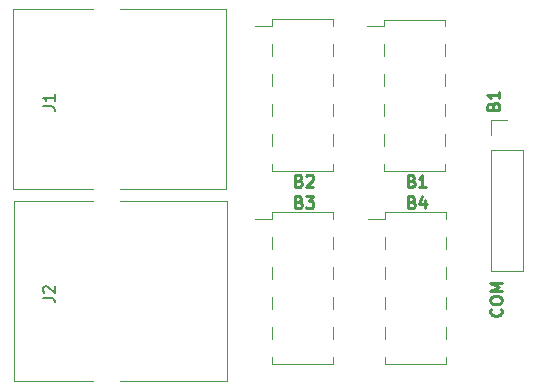
<source format=gbr>
G04 #@! TF.GenerationSoftware,KiCad,Pcbnew,(5.1.4-0-10_14)*
G04 #@! TF.CreationDate,2019-11-29T21:54:42+03:00*
G04 #@! TF.ProjectId,VHClick-rev1,5648436c-6963-46b2-9d72-6576312e6b69,rev?*
G04 #@! TF.SameCoordinates,Original*
G04 #@! TF.FileFunction,Legend,Top*
G04 #@! TF.FilePolarity,Positive*
%FSLAX46Y46*%
G04 Gerber Fmt 4.6, Leading zero omitted, Abs format (unit mm)*
G04 Created by KiCad (PCBNEW (5.1.4-0-10_14)) date 2019-11-29 21:54:42*
%MOMM*%
%LPD*%
G04 APERTURE LIST*
%ADD10C,0.250000*%
%ADD11C,0.120000*%
%ADD12C,0.150000*%
G04 APERTURE END LIST*
D10*
X149048742Y-88872914D02*
X149096361Y-88920533D01*
X149143980Y-89063390D01*
X149143980Y-89158628D01*
X149096361Y-89301485D01*
X149001123Y-89396723D01*
X148905885Y-89444342D01*
X148715409Y-89491961D01*
X148572552Y-89491961D01*
X148382076Y-89444342D01*
X148286838Y-89396723D01*
X148191600Y-89301485D01*
X148143980Y-89158628D01*
X148143980Y-89063390D01*
X148191600Y-88920533D01*
X148239219Y-88872914D01*
X148143980Y-88253866D02*
X148143980Y-88063390D01*
X148191600Y-87968152D01*
X148286838Y-87872914D01*
X148477314Y-87825295D01*
X148810647Y-87825295D01*
X149001123Y-87872914D01*
X149096361Y-87968152D01*
X149143980Y-88063390D01*
X149143980Y-88253866D01*
X149096361Y-88349104D01*
X149001123Y-88444342D01*
X148810647Y-88491961D01*
X148477314Y-88491961D01*
X148286838Y-88444342D01*
X148191600Y-88349104D01*
X148143980Y-88253866D01*
X149143980Y-87396723D02*
X148143980Y-87396723D01*
X148858266Y-87063390D01*
X148143980Y-86730057D01*
X149143980Y-86730057D01*
D11*
X114498900Y-63538100D02*
X107788900Y-63538100D01*
X114488900Y-78768100D02*
X107788900Y-78778100D01*
X125818900Y-63538100D02*
X116818900Y-63538100D01*
X125818900Y-78778100D02*
X125818900Y-63538100D01*
X125818900Y-78778100D02*
X116828900Y-78768100D01*
X107788900Y-63538100D02*
X107788900Y-78778100D01*
X107801600Y-79761000D02*
X107801600Y-95001000D01*
X125831600Y-95001000D02*
X116841600Y-94991000D01*
X125831600Y-95001000D02*
X125831600Y-79761000D01*
X125831600Y-79761000D02*
X116831600Y-79761000D01*
X114501600Y-94991000D02*
X107801600Y-95001000D01*
X114511600Y-79761000D02*
X107801600Y-79761000D01*
X144446300Y-90434700D02*
X144446300Y-91454700D01*
X139246300Y-90434700D02*
X139246300Y-91454700D01*
X144446300Y-87894700D02*
X144446300Y-88914700D01*
X139246300Y-87894700D02*
X139246300Y-88914700D01*
X144446300Y-85354700D02*
X144446300Y-86374700D01*
X139246300Y-85354700D02*
X139246300Y-86374700D01*
X144446300Y-82814700D02*
X144446300Y-83834700D01*
X139246300Y-82814700D02*
X139246300Y-83834700D01*
X144446300Y-92974700D02*
X144446300Y-93544700D01*
X139246300Y-92974700D02*
X139246300Y-93544700D01*
X144446300Y-80724700D02*
X144446300Y-81294700D01*
X139246300Y-80724700D02*
X139246300Y-81294700D01*
X137806300Y-81294700D02*
X139246300Y-81294700D01*
X139246300Y-93544700D02*
X144446300Y-93544700D01*
X139246300Y-80724700D02*
X144446300Y-80724700D01*
X129645100Y-80729700D02*
X134845100Y-80729700D01*
X129645100Y-93549700D02*
X134845100Y-93549700D01*
X128205100Y-81299700D02*
X129645100Y-81299700D01*
X129645100Y-80729700D02*
X129645100Y-81299700D01*
X134845100Y-80729700D02*
X134845100Y-81299700D01*
X129645100Y-92979700D02*
X129645100Y-93549700D01*
X134845100Y-92979700D02*
X134845100Y-93549700D01*
X129645100Y-82819700D02*
X129645100Y-83839700D01*
X134845100Y-82819700D02*
X134845100Y-83839700D01*
X129645100Y-85359700D02*
X129645100Y-86379700D01*
X134845100Y-85359700D02*
X134845100Y-86379700D01*
X129645100Y-87899700D02*
X129645100Y-88919700D01*
X134845100Y-87899700D02*
X134845100Y-88919700D01*
X129645100Y-90439700D02*
X129645100Y-91459700D01*
X134845100Y-90439700D02*
X134845100Y-91459700D01*
X134857800Y-74102500D02*
X134857800Y-75122500D01*
X129657800Y-74102500D02*
X129657800Y-75122500D01*
X134857800Y-71562500D02*
X134857800Y-72582500D01*
X129657800Y-71562500D02*
X129657800Y-72582500D01*
X134857800Y-69022500D02*
X134857800Y-70042500D01*
X129657800Y-69022500D02*
X129657800Y-70042500D01*
X134857800Y-66482500D02*
X134857800Y-67502500D01*
X129657800Y-66482500D02*
X129657800Y-67502500D01*
X134857800Y-76642500D02*
X134857800Y-77212500D01*
X129657800Y-76642500D02*
X129657800Y-77212500D01*
X134857800Y-64392500D02*
X134857800Y-64962500D01*
X129657800Y-64392500D02*
X129657800Y-64962500D01*
X128217800Y-64962500D02*
X129657800Y-64962500D01*
X129657800Y-77212500D02*
X134857800Y-77212500D01*
X129657800Y-64392500D02*
X134857800Y-64392500D01*
X139132000Y-64417900D02*
X144332000Y-64417900D01*
X139132000Y-77237900D02*
X144332000Y-77237900D01*
X137692000Y-64987900D02*
X139132000Y-64987900D01*
X139132000Y-64417900D02*
X139132000Y-64987900D01*
X144332000Y-64417900D02*
X144332000Y-64987900D01*
X139132000Y-76667900D02*
X139132000Y-77237900D01*
X144332000Y-76667900D02*
X144332000Y-77237900D01*
X139132000Y-66507900D02*
X139132000Y-67527900D01*
X144332000Y-66507900D02*
X144332000Y-67527900D01*
X139132000Y-69047900D02*
X139132000Y-70067900D01*
X144332000Y-69047900D02*
X144332000Y-70067900D01*
X139132000Y-71587900D02*
X139132000Y-72607900D01*
X144332000Y-71587900D02*
X144332000Y-72607900D01*
X139132000Y-74127900D02*
X139132000Y-75147900D01*
X144332000Y-74127900D02*
X144332000Y-75147900D01*
X148250600Y-72876100D02*
X149580600Y-72876100D01*
X148250600Y-74206100D02*
X148250600Y-72876100D01*
X148250600Y-75476100D02*
X150910600Y-75476100D01*
X150910600Y-75476100D02*
X150910600Y-85696100D01*
X148250600Y-75476100D02*
X148250600Y-85696100D01*
X148250600Y-85696100D02*
X150910600Y-85696100D01*
D12*
X110281280Y-71741433D02*
X110995566Y-71741433D01*
X111138423Y-71789052D01*
X111233661Y-71884290D01*
X111281280Y-72027147D01*
X111281280Y-72122385D01*
X111281280Y-70741433D02*
X111281280Y-71312861D01*
X111281280Y-71027147D02*
X110281280Y-71027147D01*
X110424138Y-71122385D01*
X110519376Y-71217623D01*
X110566995Y-71312861D01*
X110293980Y-87964333D02*
X111008266Y-87964333D01*
X111151123Y-88011952D01*
X111246361Y-88107190D01*
X111293980Y-88250047D01*
X111293980Y-88345285D01*
X110389219Y-87535761D02*
X110341600Y-87488142D01*
X110293980Y-87392904D01*
X110293980Y-87154809D01*
X110341600Y-87059571D01*
X110389219Y-87011952D01*
X110484457Y-86964333D01*
X110579695Y-86964333D01*
X110722552Y-87011952D01*
X111293980Y-87583380D01*
X111293980Y-86964333D01*
D10*
X141543138Y-79849671D02*
X141685995Y-79897290D01*
X141733614Y-79944909D01*
X141781233Y-80040147D01*
X141781233Y-80183004D01*
X141733614Y-80278242D01*
X141685995Y-80325861D01*
X141590757Y-80373480D01*
X141209804Y-80373480D01*
X141209804Y-79373480D01*
X141543138Y-79373480D01*
X141638376Y-79421100D01*
X141685995Y-79468719D01*
X141733614Y-79563957D01*
X141733614Y-79659195D01*
X141685995Y-79754433D01*
X141638376Y-79802052D01*
X141543138Y-79849671D01*
X141209804Y-79849671D01*
X142638376Y-79706814D02*
X142638376Y-80373480D01*
X142400280Y-79325861D02*
X142162185Y-80040147D01*
X142781233Y-80040147D01*
X131967338Y-79849671D02*
X132110195Y-79897290D01*
X132157814Y-79944909D01*
X132205433Y-80040147D01*
X132205433Y-80183004D01*
X132157814Y-80278242D01*
X132110195Y-80325861D01*
X132014957Y-80373480D01*
X131634004Y-80373480D01*
X131634004Y-79373480D01*
X131967338Y-79373480D01*
X132062576Y-79421100D01*
X132110195Y-79468719D01*
X132157814Y-79563957D01*
X132157814Y-79659195D01*
X132110195Y-79754433D01*
X132062576Y-79802052D01*
X131967338Y-79849671D01*
X131634004Y-79849671D01*
X132538766Y-79373480D02*
X133157814Y-79373480D01*
X132824480Y-79754433D01*
X132967338Y-79754433D01*
X133062576Y-79802052D01*
X133110195Y-79849671D01*
X133157814Y-79944909D01*
X133157814Y-80183004D01*
X133110195Y-80278242D01*
X133062576Y-80325861D01*
X132967338Y-80373480D01*
X132681623Y-80373480D01*
X132586385Y-80325861D01*
X132538766Y-80278242D01*
X131967338Y-78033571D02*
X132110195Y-78081190D01*
X132157814Y-78128809D01*
X132205433Y-78224047D01*
X132205433Y-78366904D01*
X132157814Y-78462142D01*
X132110195Y-78509761D01*
X132014957Y-78557380D01*
X131634004Y-78557380D01*
X131634004Y-77557380D01*
X131967338Y-77557380D01*
X132062576Y-77605000D01*
X132110195Y-77652619D01*
X132157814Y-77747857D01*
X132157814Y-77843095D01*
X132110195Y-77938333D01*
X132062576Y-77985952D01*
X131967338Y-78033571D01*
X131634004Y-78033571D01*
X132586385Y-77652619D02*
X132634004Y-77605000D01*
X132729242Y-77557380D01*
X132967338Y-77557380D01*
X133062576Y-77605000D01*
X133110195Y-77652619D01*
X133157814Y-77747857D01*
X133157814Y-77843095D01*
X133110195Y-77985952D01*
X132538766Y-78557380D01*
X133157814Y-78557380D01*
X141505038Y-78058971D02*
X141647895Y-78106590D01*
X141695514Y-78154209D01*
X141743133Y-78249447D01*
X141743133Y-78392304D01*
X141695514Y-78487542D01*
X141647895Y-78535161D01*
X141552657Y-78582780D01*
X141171704Y-78582780D01*
X141171704Y-77582780D01*
X141505038Y-77582780D01*
X141600276Y-77630400D01*
X141647895Y-77678019D01*
X141695514Y-77773257D01*
X141695514Y-77868495D01*
X141647895Y-77963733D01*
X141600276Y-78011352D01*
X141505038Y-78058971D01*
X141171704Y-78058971D01*
X142695514Y-78582780D02*
X142124085Y-78582780D01*
X142409800Y-78582780D02*
X142409800Y-77582780D01*
X142314561Y-77725638D01*
X142219323Y-77820876D01*
X142124085Y-77868495D01*
X148378871Y-71702561D02*
X148426490Y-71559704D01*
X148474109Y-71512085D01*
X148569347Y-71464466D01*
X148712204Y-71464466D01*
X148807442Y-71512085D01*
X148855061Y-71559704D01*
X148902680Y-71654942D01*
X148902680Y-72035895D01*
X147902680Y-72035895D01*
X147902680Y-71702561D01*
X147950300Y-71607323D01*
X147997919Y-71559704D01*
X148093157Y-71512085D01*
X148188395Y-71512085D01*
X148283633Y-71559704D01*
X148331252Y-71607323D01*
X148378871Y-71702561D01*
X148378871Y-72035895D01*
X148902680Y-70512085D02*
X148902680Y-71083514D01*
X148902680Y-70797800D02*
X147902680Y-70797800D01*
X148045538Y-70893038D01*
X148140776Y-70988276D01*
X148188395Y-71083514D01*
M02*

</source>
